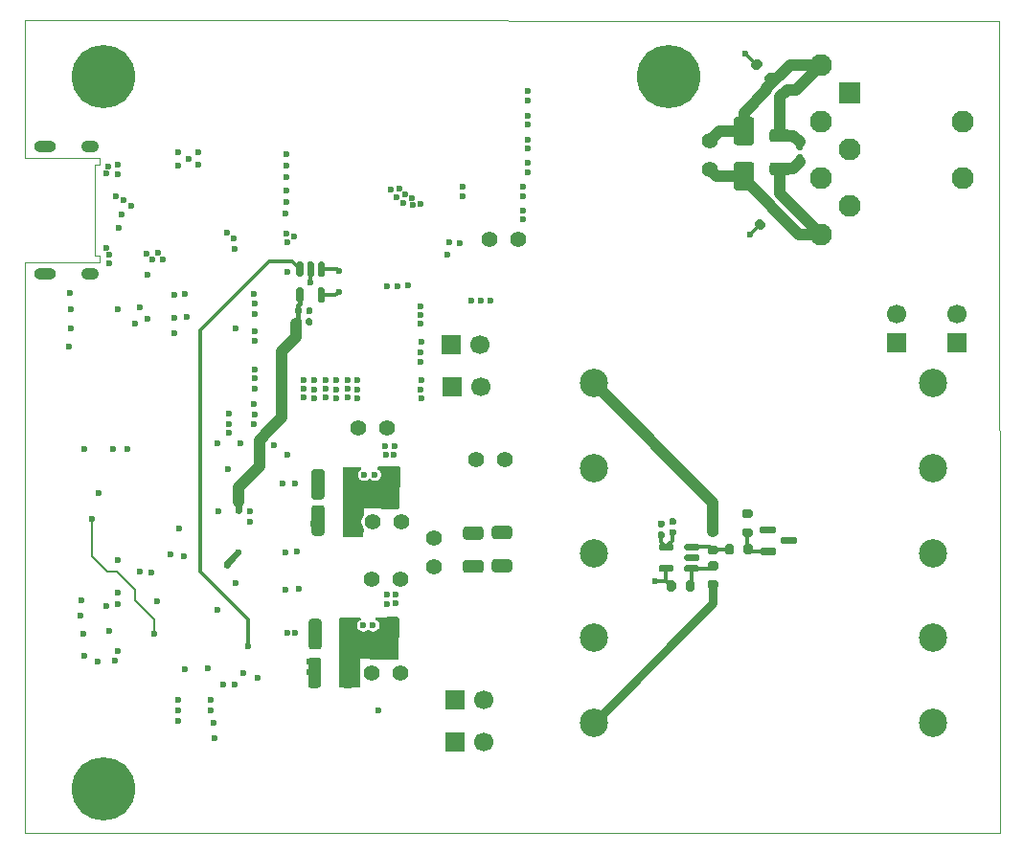
<source format=gbl>
G04 #@! TF.GenerationSoftware,KiCad,Pcbnew,9.0.1+1*
G04 #@! TF.CreationDate,2025-10-09T09:53:37+00:00*
G04 #@! TF.ProjectId,c64psu,63363470-7375-42e6-9b69-6361645f7063,rev?*
G04 #@! TF.SameCoordinates,Original*
G04 #@! TF.FileFunction,Copper,L4,Bot*
G04 #@! TF.FilePolarity,Positive*
%FSLAX46Y46*%
G04 Gerber Fmt 4.6, Leading zero omitted, Abs format (unit mm)*
G04 Created by KiCad (PCBNEW 9.0.1+1) date 2025-10-09 09:53:37*
%MOMM*%
%LPD*%
G01*
G04 APERTURE LIST*
G04 #@! TA.AperFunction,Profile*
%ADD10C,0.050000*%
G04 #@! TD*
G04 #@! TA.AperFunction,ComponentPad*
%ADD11C,2.500000*%
G04 #@! TD*
G04 #@! TA.AperFunction,ComponentPad*
%ADD12C,1.400000*%
G04 #@! TD*
G04 #@! TA.AperFunction,ComponentPad*
%ADD13C,3.600000*%
G04 #@! TD*
G04 #@! TA.AperFunction,ConnectorPad*
%ADD14C,5.600000*%
G04 #@! TD*
G04 #@! TA.AperFunction,ComponentPad*
%ADD15R,1.700000X1.700000*%
G04 #@! TD*
G04 #@! TA.AperFunction,ComponentPad*
%ADD16C,1.700000*%
G04 #@! TD*
G04 #@! TA.AperFunction,ComponentPad*
%ADD17O,1.550000X1.050000*%
G04 #@! TD*
G04 #@! TA.AperFunction,ComponentPad*
%ADD18O,1.950000X1.050000*%
G04 #@! TD*
G04 #@! TA.AperFunction,ComponentPad*
%ADD19C,1.950000*%
G04 #@! TD*
G04 #@! TA.AperFunction,ComponentPad*
%ADD20R,1.950000X1.950000*%
G04 #@! TD*
G04 #@! TA.AperFunction,ViaPad*
%ADD21C,0.600000*%
G04 #@! TD*
G04 #@! TA.AperFunction,Conductor*
%ADD22C,0.300000*%
G04 #@! TD*
G04 #@! TA.AperFunction,Conductor*
%ADD23C,0.800000*%
G04 #@! TD*
G04 #@! TA.AperFunction,Conductor*
%ADD24C,1.000000*%
G04 #@! TD*
G04 #@! TA.AperFunction,Conductor*
%ADD25C,0.600000*%
G04 #@! TD*
G04 #@! TA.AperFunction,Conductor*
%ADD26C,0.400000*%
G04 #@! TD*
G04 #@! TA.AperFunction,Conductor*
%ADD27C,0.210000*%
G04 #@! TD*
G04 APERTURE END LIST*
D10*
X219224551Y-37033468D02*
X219250062Y-108900624D01*
X133100087Y-108875624D01*
X133075074Y-58400000D01*
X139675000Y-58400000D01*
X139675000Y-57800000D01*
X139250000Y-57800000D01*
X139250000Y-49750000D01*
X139700000Y-49750000D01*
X139700000Y-49150000D01*
X133075000Y-49150000D01*
X133075000Y-37008468D01*
X219224551Y-37033468D01*
D11*
X183370000Y-69110000D03*
X183370000Y-76610000D03*
X183370000Y-84110000D03*
X183370000Y-91610000D03*
X183370000Y-99110000D03*
X213370000Y-69110000D03*
X213370000Y-76610000D03*
X213370000Y-84110000D03*
X213370000Y-91610000D03*
X213370000Y-99110000D03*
D12*
X163748400Y-94691200D03*
X166288400Y-94691200D03*
X163799200Y-81330800D03*
X166339200Y-81330800D03*
D13*
X190000000Y-42000000D03*
D14*
X190000000Y-42000000D03*
D15*
X170784600Y-65684400D03*
D16*
X173324600Y-65684400D03*
D15*
X171140200Y-100787200D03*
D16*
X173680200Y-100787200D03*
D15*
X170835400Y-69392800D03*
D16*
X173375400Y-69392800D03*
D12*
X172994001Y-75844400D03*
X175534001Y-75844400D03*
X165079999Y-73050400D03*
X162539999Y-73050400D03*
X169214800Y-85344000D03*
X169214800Y-82804000D03*
D17*
X138850000Y-48155000D03*
X138850000Y-59395000D03*
D18*
X134850000Y-48155000D03*
X134850000Y-59395000D03*
D15*
X171140200Y-97078800D03*
D16*
X173680200Y-97078800D03*
D12*
X166248400Y-86410800D03*
X163708400Y-86410800D03*
D13*
X140000000Y-105000000D03*
D14*
X140000000Y-105000000D03*
D12*
X174170300Y-56365150D03*
X176710300Y-56365150D03*
D19*
X215980000Y-50940000D03*
X215980000Y-45940000D03*
D20*
X205980000Y-43440000D03*
D19*
X205980000Y-48440000D03*
X205980000Y-53440000D03*
X203480000Y-45940000D03*
X203480000Y-50940000D03*
X203480000Y-40940000D03*
X203480000Y-55940000D03*
D12*
X193598800Y-50170399D03*
X193598800Y-47630399D03*
D13*
X140000000Y-42000000D03*
D14*
X140000000Y-42000000D03*
G04 #@! TA.AperFunction,SMDPad,CuDef*
G36*
G01*
X197296800Y-52036802D02*
X195996800Y-52036802D01*
G75*
G02*
X195746800Y-51786802I0J250000D01*
G01*
X195746800Y-49786802D01*
G75*
G02*
X195996800Y-49536802I250000J0D01*
G01*
X197296800Y-49536802D01*
G75*
G02*
X197546800Y-49786802I0J-250000D01*
G01*
X197546800Y-51786802D01*
G75*
G02*
X197296800Y-52036802I-250000J0D01*
G01*
G37*
G04 #@! TD.AperFunction*
G04 #@! TA.AperFunction,SMDPad,CuDef*
G36*
G01*
X197296800Y-48036800D02*
X195996800Y-48036800D01*
G75*
G02*
X195746800Y-47786800I0J250000D01*
G01*
X195746800Y-45786800D01*
G75*
G02*
X195996800Y-45536800I250000J0D01*
G01*
X197296800Y-45536800D01*
G75*
G02*
X197546800Y-45786800I0J-250000D01*
G01*
X197546800Y-47786800D01*
G75*
G02*
X197296800Y-48036800I-250000J0D01*
G01*
G37*
G04 #@! TD.AperFunction*
G04 #@! TA.AperFunction,SMDPad,CuDef*
G36*
G01*
X193628600Y-84830200D02*
X194178600Y-84830200D01*
G75*
G02*
X194378600Y-85030200I0J-200000D01*
G01*
X194378600Y-85430200D01*
G75*
G02*
X194178600Y-85630200I-200000J0D01*
G01*
X193628600Y-85630200D01*
G75*
G02*
X193428600Y-85430200I0J200000D01*
G01*
X193428600Y-85030200D01*
G75*
G02*
X193628600Y-84830200I200000J0D01*
G01*
G37*
G04 #@! TD.AperFunction*
G04 #@! TA.AperFunction,SMDPad,CuDef*
G36*
G01*
X193628600Y-86480200D02*
X194178600Y-86480200D01*
G75*
G02*
X194378600Y-86680200I0J-200000D01*
G01*
X194378600Y-87080200D01*
G75*
G02*
X194178600Y-87280200I-200000J0D01*
G01*
X193628600Y-87280200D01*
G75*
G02*
X193428600Y-87080200I0J200000D01*
G01*
X193428600Y-86680200D01*
G75*
G02*
X193628600Y-86480200I200000J0D01*
G01*
G37*
G04 #@! TD.AperFunction*
G04 #@! TA.AperFunction,SMDPad,CuDef*
G36*
G01*
X192706400Y-83431201D02*
X192706400Y-83731201D01*
G75*
G02*
X192556400Y-83881201I-150000J0D01*
G01*
X191531400Y-83881201D01*
G75*
G02*
X191381400Y-83731201I0J150000D01*
G01*
X191381400Y-83431201D01*
G75*
G02*
X191531400Y-83281201I150000J0D01*
G01*
X192556400Y-83281201D01*
G75*
G02*
X192706400Y-83431201I0J-150000D01*
G01*
G37*
G04 #@! TD.AperFunction*
G04 #@! TA.AperFunction,SMDPad,CuDef*
G36*
G01*
X192706400Y-84381200D02*
X192706400Y-84681200D01*
G75*
G02*
X192556400Y-84831200I-150000J0D01*
G01*
X191531400Y-84831200D01*
G75*
G02*
X191381400Y-84681200I0J150000D01*
G01*
X191381400Y-84381200D01*
G75*
G02*
X191531400Y-84231200I150000J0D01*
G01*
X192556400Y-84231200D01*
G75*
G02*
X192706400Y-84381200I0J-150000D01*
G01*
G37*
G04 #@! TD.AperFunction*
G04 #@! TA.AperFunction,SMDPad,CuDef*
G36*
G01*
X192706400Y-85331199D02*
X192706400Y-85631199D01*
G75*
G02*
X192556400Y-85781199I-150000J0D01*
G01*
X191531400Y-85781199D01*
G75*
G02*
X191381400Y-85631199I0J150000D01*
G01*
X191381400Y-85331199D01*
G75*
G02*
X191531400Y-85181199I150000J0D01*
G01*
X192556400Y-85181199D01*
G75*
G02*
X192706400Y-85331199I0J-150000D01*
G01*
G37*
G04 #@! TD.AperFunction*
G04 #@! TA.AperFunction,SMDPad,CuDef*
G36*
G01*
X190431400Y-85331199D02*
X190431400Y-85631199D01*
G75*
G02*
X190281400Y-85781199I-150000J0D01*
G01*
X189256400Y-85781199D01*
G75*
G02*
X189106400Y-85631199I0J150000D01*
G01*
X189106400Y-85331199D01*
G75*
G02*
X189256400Y-85181199I150000J0D01*
G01*
X190281400Y-85181199D01*
G75*
G02*
X190431400Y-85331199I0J-150000D01*
G01*
G37*
G04 #@! TD.AperFunction*
G04 #@! TA.AperFunction,SMDPad,CuDef*
G36*
G01*
X190431400Y-83431201D02*
X190431400Y-83731201D01*
G75*
G02*
X190281400Y-83881201I-150000J0D01*
G01*
X189256400Y-83881201D01*
G75*
G02*
X189106400Y-83731201I0J150000D01*
G01*
X189106400Y-83431201D01*
G75*
G02*
X189256400Y-83281201I150000J0D01*
G01*
X190281400Y-83281201D01*
G75*
G02*
X190431400Y-83431201I0J-150000D01*
G01*
G37*
G04 #@! TD.AperFunction*
G04 #@! TA.AperFunction,SMDPad,CuDef*
G36*
G01*
X157243601Y-58347200D02*
X157543601Y-58347200D01*
G75*
G02*
X157693601Y-58497200I0J-150000D01*
G01*
X157693601Y-59522200D01*
G75*
G02*
X157543601Y-59672200I-150000J0D01*
G01*
X157243601Y-59672200D01*
G75*
G02*
X157093601Y-59522200I0J150000D01*
G01*
X157093601Y-58497200D01*
G75*
G02*
X157243601Y-58347200I150000J0D01*
G01*
G37*
G04 #@! TD.AperFunction*
G04 #@! TA.AperFunction,SMDPad,CuDef*
G36*
G01*
X158193600Y-58347200D02*
X158493600Y-58347200D01*
G75*
G02*
X158643600Y-58497200I0J-150000D01*
G01*
X158643600Y-59522200D01*
G75*
G02*
X158493600Y-59672200I-150000J0D01*
G01*
X158193600Y-59672200D01*
G75*
G02*
X158043600Y-59522200I0J150000D01*
G01*
X158043600Y-58497200D01*
G75*
G02*
X158193600Y-58347200I150000J0D01*
G01*
G37*
G04 #@! TD.AperFunction*
G04 #@! TA.AperFunction,SMDPad,CuDef*
G36*
G01*
X159143599Y-58347200D02*
X159443599Y-58347200D01*
G75*
G02*
X159593599Y-58497200I0J-150000D01*
G01*
X159593599Y-59522200D01*
G75*
G02*
X159443599Y-59672200I-150000J0D01*
G01*
X159143599Y-59672200D01*
G75*
G02*
X158993599Y-59522200I0J150000D01*
G01*
X158993599Y-58497200D01*
G75*
G02*
X159143599Y-58347200I150000J0D01*
G01*
G37*
G04 #@! TD.AperFunction*
G04 #@! TA.AperFunction,SMDPad,CuDef*
G36*
G01*
X159143599Y-60622200D02*
X159443599Y-60622200D01*
G75*
G02*
X159593599Y-60772200I0J-150000D01*
G01*
X159593599Y-61797200D01*
G75*
G02*
X159443599Y-61947200I-150000J0D01*
G01*
X159143599Y-61947200D01*
G75*
G02*
X158993599Y-61797200I0J150000D01*
G01*
X158993599Y-60772200D01*
G75*
G02*
X159143599Y-60622200I150000J0D01*
G01*
G37*
G04 #@! TD.AperFunction*
G04 #@! TA.AperFunction,SMDPad,CuDef*
G36*
G01*
X157243601Y-60622200D02*
X157543601Y-60622200D01*
G75*
G02*
X157693601Y-60772200I0J-150000D01*
G01*
X157693601Y-61797200D01*
G75*
G02*
X157543601Y-61947200I-150000J0D01*
G01*
X157243601Y-61947200D01*
G75*
G02*
X157093601Y-61797200I0J150000D01*
G01*
X157093601Y-60772200D01*
G75*
G02*
X157243601Y-60622200I150000J0D01*
G01*
G37*
G04 #@! TD.AperFunction*
G04 #@! TA.AperFunction,SMDPad,CuDef*
G36*
G01*
X192283800Y-86745400D02*
X192283800Y-87295400D01*
G75*
G02*
X192083800Y-87495400I-200000J0D01*
G01*
X191683800Y-87495400D01*
G75*
G02*
X191483800Y-87295400I0J200000D01*
G01*
X191483800Y-86745400D01*
G75*
G02*
X191683800Y-86545400I200000J0D01*
G01*
X192083800Y-86545400D01*
G75*
G02*
X192283800Y-86745400I0J-200000D01*
G01*
G37*
G04 #@! TD.AperFunction*
G04 #@! TA.AperFunction,SMDPad,CuDef*
G36*
G01*
X190633800Y-86745400D02*
X190633800Y-87295400D01*
G75*
G02*
X190433800Y-87495400I-200000J0D01*
G01*
X190033800Y-87495400D01*
G75*
G02*
X189833800Y-87295400I0J200000D01*
G01*
X189833800Y-86745400D01*
G75*
G02*
X190033800Y-86545400I200000J0D01*
G01*
X190433800Y-86545400D01*
G75*
G02*
X190633800Y-86745400I0J-200000D01*
G01*
G37*
G04 #@! TD.AperFunction*
G04 #@! TA.AperFunction,SMDPad,CuDef*
G36*
G01*
X197226600Y-82696000D02*
X196676600Y-82696000D01*
G75*
G02*
X196476600Y-82496000I0J200000D01*
G01*
X196476600Y-82096000D01*
G75*
G02*
X196676600Y-81896000I200000J0D01*
G01*
X197226600Y-81896000D01*
G75*
G02*
X197426600Y-82096000I0J-200000D01*
G01*
X197426600Y-82496000D01*
G75*
G02*
X197226600Y-82696000I-200000J0D01*
G01*
G37*
G04 #@! TD.AperFunction*
G04 #@! TA.AperFunction,SMDPad,CuDef*
G36*
G01*
X197226600Y-81046000D02*
X196676600Y-81046000D01*
G75*
G02*
X196476600Y-80846000I0J200000D01*
G01*
X196476600Y-80446000D01*
G75*
G02*
X196676600Y-80246000I200000J0D01*
G01*
X197226600Y-80246000D01*
G75*
G02*
X197426600Y-80446000I0J-200000D01*
G01*
X197426600Y-80846000D01*
G75*
G02*
X197226600Y-81046000I-200000J0D01*
G01*
G37*
G04 #@! TD.AperFunction*
G04 #@! TA.AperFunction,SMDPad,CuDef*
G36*
G01*
X162222400Y-93591200D02*
X162222400Y-95791200D01*
G75*
G02*
X161972400Y-96041200I-250000J0D01*
G01*
X161322400Y-96041200D01*
G75*
G02*
X161072400Y-95791200I0J250000D01*
G01*
X161072400Y-93591200D01*
G75*
G02*
X161322400Y-93341200I250000J0D01*
G01*
X161972400Y-93341200D01*
G75*
G02*
X162222400Y-93591200I0J-250000D01*
G01*
G37*
G04 #@! TD.AperFunction*
G04 #@! TA.AperFunction,SMDPad,CuDef*
G36*
G01*
X159272400Y-93591200D02*
X159272400Y-95791200D01*
G75*
G02*
X159022400Y-96041200I-250000J0D01*
G01*
X158372400Y-96041200D01*
G75*
G02*
X158122400Y-95791200I0J250000D01*
G01*
X158122400Y-93591200D01*
G75*
G02*
X158372400Y-93341200I250000J0D01*
G01*
X159022400Y-93341200D01*
G75*
G02*
X159272400Y-93591200I0J-250000D01*
G01*
G37*
G04 #@! TD.AperFunction*
G04 #@! TA.AperFunction,SMDPad,CuDef*
G36*
G01*
X158427199Y-79128800D02*
X158427199Y-76928800D01*
G75*
G02*
X158677199Y-76678800I250000J0D01*
G01*
X159327199Y-76678800D01*
G75*
G02*
X159577199Y-76928800I0J-250000D01*
G01*
X159577199Y-79128800D01*
G75*
G02*
X159327199Y-79378800I-250000J0D01*
G01*
X158677199Y-79378800D01*
G75*
G02*
X158427199Y-79128800I0J250000D01*
G01*
G37*
G04 #@! TD.AperFunction*
G04 #@! TA.AperFunction,SMDPad,CuDef*
G36*
G01*
X161377201Y-79128800D02*
X161377201Y-76928800D01*
G75*
G02*
X161627201Y-76678800I250000J0D01*
G01*
X162277201Y-76678800D01*
G75*
G02*
X162527201Y-76928800I0J-250000D01*
G01*
X162527201Y-79128800D01*
G75*
G02*
X162277201Y-79378800I-250000J0D01*
G01*
X161627201Y-79378800D01*
G75*
G02*
X161377201Y-79128800I0J250000D01*
G01*
G37*
G04 #@! TD.AperFunction*
G04 #@! TA.AperFunction,SMDPad,CuDef*
G36*
G01*
X174603708Y-81712215D02*
X175903708Y-81712215D01*
G75*
G02*
X176153708Y-81962215I0J-250000D01*
G01*
X176153708Y-82612215D01*
G75*
G02*
X175903708Y-82862215I-250000J0D01*
G01*
X174603708Y-82862215D01*
G75*
G02*
X174353708Y-82612215I0J250000D01*
G01*
X174353708Y-81962215D01*
G75*
G02*
X174603708Y-81712215I250000J0D01*
G01*
G37*
G04 #@! TD.AperFunction*
G04 #@! TA.AperFunction,SMDPad,CuDef*
G36*
G01*
X174603708Y-84662217D02*
X175903708Y-84662217D01*
G75*
G02*
X176153708Y-84912217I0J-250000D01*
G01*
X176153708Y-85562217D01*
G75*
G02*
X175903708Y-85812217I-250000J0D01*
G01*
X174603708Y-85812217D01*
G75*
G02*
X174353708Y-85562217I0J250000D01*
G01*
X174353708Y-84912217D01*
G75*
G02*
X174603708Y-84662217I250000J0D01*
G01*
G37*
G04 #@! TD.AperFunction*
G04 #@! TA.AperFunction,SMDPad,CuDef*
G36*
G01*
X199350551Y-53396940D02*
X199739460Y-53785849D01*
G75*
G02*
X199739460Y-54068691I-141421J-141421D01*
G01*
X199456617Y-54351534D01*
G75*
G02*
X199173775Y-54351534I-141421J141421D01*
G01*
X198784866Y-53962625D01*
G75*
G02*
X198784866Y-53679783I141421J141421D01*
G01*
X199067709Y-53396940D01*
G75*
G02*
X199350551Y-53396940I141421J-141421D01*
G01*
G37*
G04 #@! TD.AperFunction*
G04 #@! TA.AperFunction,SMDPad,CuDef*
G36*
G01*
X198183825Y-54563666D02*
X198572734Y-54952575D01*
G75*
G02*
X198572734Y-55235417I-141421J-141421D01*
G01*
X198289891Y-55518260D01*
G75*
G02*
X198007049Y-55518260I-141421J141421D01*
G01*
X197618140Y-55129351D01*
G75*
G02*
X197618140Y-54846509I141421J141421D01*
G01*
X197900983Y-54563666D01*
G75*
G02*
X198183825Y-54563666I141421J-141421D01*
G01*
G37*
G04 #@! TD.AperFunction*
G04 #@! TA.AperFunction,SMDPad,CuDef*
G36*
G01*
X199170000Y-46619999D02*
X200470000Y-46619999D01*
G75*
G02*
X200720000Y-46869999I0J-250000D01*
G01*
X200720000Y-47519999D01*
G75*
G02*
X200470000Y-47769999I-250000J0D01*
G01*
X199170000Y-47769999D01*
G75*
G02*
X198920000Y-47519999I0J250000D01*
G01*
X198920000Y-46869999D01*
G75*
G02*
X199170000Y-46619999I250000J0D01*
G01*
G37*
G04 #@! TD.AperFunction*
G04 #@! TA.AperFunction,SMDPad,CuDef*
G36*
G01*
X199170000Y-49570001D02*
X200470000Y-49570001D01*
G75*
G02*
X200720000Y-49820001I0J-250000D01*
G01*
X200720000Y-50470001D01*
G75*
G02*
X200470000Y-50720001I-250000J0D01*
G01*
X199170000Y-50720001D01*
G75*
G02*
X198920000Y-50470001I0J250000D01*
G01*
X198920000Y-49820001D01*
G75*
G02*
X199170000Y-49570001I250000J0D01*
G01*
G37*
G04 #@! TD.AperFunction*
G04 #@! TA.AperFunction,SMDPad,CuDef*
G36*
G01*
X156974000Y-63822400D02*
X156974000Y-63482400D01*
G75*
G02*
X157114000Y-63342400I140000J0D01*
G01*
X157394000Y-63342400D01*
G75*
G02*
X157534000Y-63482400I0J-140000D01*
G01*
X157534000Y-63822400D01*
G75*
G02*
X157394000Y-63962400I-140000J0D01*
G01*
X157114000Y-63962400D01*
G75*
G02*
X156974000Y-63822400I0J140000D01*
G01*
G37*
G04 #@! TD.AperFunction*
G04 #@! TA.AperFunction,SMDPad,CuDef*
G36*
G01*
X157934000Y-63822400D02*
X157934000Y-63482400D01*
G75*
G02*
X158074000Y-63342400I140000J0D01*
G01*
X158354000Y-63342400D01*
G75*
G02*
X158494000Y-63482400I0J-140000D01*
G01*
X158494000Y-63822400D01*
G75*
G02*
X158354000Y-63962400I-140000J0D01*
G01*
X158074000Y-63962400D01*
G75*
G02*
X157934000Y-63822400I0J140000D01*
G01*
G37*
G04 #@! TD.AperFunction*
G04 #@! TA.AperFunction,SMDPad,CuDef*
G36*
G01*
X158427199Y-82329200D02*
X158427199Y-80129200D01*
G75*
G02*
X158677199Y-79879200I250000J0D01*
G01*
X159327199Y-79879200D01*
G75*
G02*
X159577199Y-80129200I0J-250000D01*
G01*
X159577199Y-82329200D01*
G75*
G02*
X159327199Y-82579200I-250000J0D01*
G01*
X158677199Y-82579200D01*
G75*
G02*
X158427199Y-82329200I0J250000D01*
G01*
G37*
G04 #@! TD.AperFunction*
G04 #@! TA.AperFunction,SMDPad,CuDef*
G36*
G01*
X161377201Y-82329200D02*
X161377201Y-80129200D01*
G75*
G02*
X161627201Y-79879200I250000J0D01*
G01*
X162277201Y-79879200D01*
G75*
G02*
X162527201Y-80129200I0J-250000D01*
G01*
X162527201Y-82329200D01*
G75*
G02*
X162277201Y-82579200I-250000J0D01*
G01*
X161627201Y-82579200D01*
G75*
G02*
X161377201Y-82329200I0J250000D01*
G01*
G37*
G04 #@! TD.AperFunction*
G04 #@! TA.AperFunction,SMDPad,CuDef*
G36*
G01*
X162273201Y-90187600D02*
X162273201Y-92387600D01*
G75*
G02*
X162023201Y-92637600I-250000J0D01*
G01*
X161373201Y-92637600D01*
G75*
G02*
X161123201Y-92387600I0J250000D01*
G01*
X161123201Y-90187600D01*
G75*
G02*
X161373201Y-89937600I250000J0D01*
G01*
X162023201Y-89937600D01*
G75*
G02*
X162273201Y-90187600I0J-250000D01*
G01*
G37*
G04 #@! TD.AperFunction*
G04 #@! TA.AperFunction,SMDPad,CuDef*
G36*
G01*
X159323199Y-90187600D02*
X159323199Y-92387600D01*
G75*
G02*
X159073199Y-92637600I-250000J0D01*
G01*
X158423199Y-92637600D01*
G75*
G02*
X158173199Y-92387600I0J250000D01*
G01*
X158173199Y-90187600D01*
G75*
G02*
X158423199Y-89937600I250000J0D01*
G01*
X159073199Y-89937600D01*
G75*
G02*
X159323199Y-90187600I0J-250000D01*
G01*
G37*
G04 #@! TD.AperFunction*
G04 #@! TA.AperFunction,SMDPad,CuDef*
G36*
G01*
X194964600Y-84044200D02*
X194964600Y-83494200D01*
G75*
G02*
X195164600Y-83294200I200000J0D01*
G01*
X195564600Y-83294200D01*
G75*
G02*
X195764600Y-83494200I0J-200000D01*
G01*
X195764600Y-84044200D01*
G75*
G02*
X195564600Y-84244200I-200000J0D01*
G01*
X195164600Y-84244200D01*
G75*
G02*
X194964600Y-84044200I0J200000D01*
G01*
G37*
G04 #@! TD.AperFunction*
G04 #@! TA.AperFunction,SMDPad,CuDef*
G36*
G01*
X196614600Y-84044200D02*
X196614600Y-83494200D01*
G75*
G02*
X196814600Y-83294200I200000J0D01*
G01*
X197214600Y-83294200D01*
G75*
G02*
X197414600Y-83494200I0J-200000D01*
G01*
X197414600Y-84044200D01*
G75*
G02*
X197214600Y-84244200I-200000J0D01*
G01*
X196814600Y-84244200D01*
G75*
G02*
X196614600Y-84044200I0J200000D01*
G01*
G37*
G04 #@! TD.AperFunction*
D15*
X215442800Y-65486200D03*
D16*
X215442800Y-62946200D03*
G04 #@! TA.AperFunction,SMDPad,CuDef*
G36*
G01*
X189161600Y-81259200D02*
X189501600Y-81259200D01*
G75*
G02*
X189641600Y-81399200I0J-140000D01*
G01*
X189641600Y-81679200D01*
G75*
G02*
X189501600Y-81819200I-140000J0D01*
G01*
X189161600Y-81819200D01*
G75*
G02*
X189021600Y-81679200I0J140000D01*
G01*
X189021600Y-81399200D01*
G75*
G02*
X189161600Y-81259200I140000J0D01*
G01*
G37*
G04 #@! TD.AperFunction*
G04 #@! TA.AperFunction,SMDPad,CuDef*
G36*
G01*
X189161600Y-82219200D02*
X189501600Y-82219200D01*
G75*
G02*
X189641600Y-82359200I0J-140000D01*
G01*
X189641600Y-82639200D01*
G75*
G02*
X189501600Y-82779200I-140000J0D01*
G01*
X189161600Y-82779200D01*
G75*
G02*
X189021600Y-82639200I0J140000D01*
G01*
X189021600Y-82359200D01*
G75*
G02*
X189161600Y-82219200I140000J0D01*
G01*
G37*
G04 #@! TD.AperFunction*
G04 #@! TA.AperFunction,SMDPad,CuDef*
G36*
G01*
X198019800Y-84121300D02*
X198019800Y-83821300D01*
G75*
G02*
X198169800Y-83671300I150000J0D01*
G01*
X199344800Y-83671300D01*
G75*
G02*
X199494800Y-83821300I0J-150000D01*
G01*
X199494800Y-84121300D01*
G75*
G02*
X199344800Y-84271300I-150000J0D01*
G01*
X198169800Y-84271300D01*
G75*
G02*
X198019800Y-84121300I0J150000D01*
G01*
G37*
G04 #@! TD.AperFunction*
G04 #@! TA.AperFunction,SMDPad,CuDef*
G36*
G01*
X198019800Y-82221300D02*
X198019800Y-81921300D01*
G75*
G02*
X198169800Y-81771300I150000J0D01*
G01*
X199344800Y-81771300D01*
G75*
G02*
X199494800Y-81921300I0J-150000D01*
G01*
X199494800Y-82221300D01*
G75*
G02*
X199344800Y-82371300I-150000J0D01*
G01*
X198169800Y-82371300D01*
G75*
G02*
X198019800Y-82221300I0J150000D01*
G01*
G37*
G04 #@! TD.AperFunction*
G04 #@! TA.AperFunction,SMDPad,CuDef*
G36*
G01*
X199894801Y-83171300D02*
X199894801Y-82871300D01*
G75*
G02*
X200044801Y-82721300I150000J0D01*
G01*
X201219801Y-82721300D01*
G75*
G02*
X201369801Y-82871300I0J-150000D01*
G01*
X201369801Y-83171300D01*
G75*
G02*
X201219801Y-83321300I-150000J0D01*
G01*
X200044801Y-83321300D01*
G75*
G02*
X199894801Y-83171300I0J150000D01*
G01*
G37*
G04 #@! TD.AperFunction*
G04 #@! TA.AperFunction,SMDPad,CuDef*
G36*
G01*
X172071743Y-81763741D02*
X173371743Y-81763741D01*
G75*
G02*
X173621743Y-82013741I0J-250000D01*
G01*
X173621743Y-82663741D01*
G75*
G02*
X173371743Y-82913741I-250000J0D01*
G01*
X172071743Y-82913741D01*
G75*
G02*
X171821743Y-82663741I0J250000D01*
G01*
X171821743Y-82013741D01*
G75*
G02*
X172071743Y-81763741I250000J0D01*
G01*
G37*
G04 #@! TD.AperFunction*
G04 #@! TA.AperFunction,SMDPad,CuDef*
G36*
G01*
X172071743Y-84713743D02*
X173371743Y-84713743D01*
G75*
G02*
X173621743Y-84963743I0J-250000D01*
G01*
X173621743Y-85613743D01*
G75*
G02*
X173371743Y-85863743I-250000J0D01*
G01*
X172071743Y-85863743D01*
G75*
G02*
X171821743Y-85613743I0J250000D01*
G01*
X171821743Y-84963743D01*
G75*
G02*
X172071743Y-84713743I250000J0D01*
G01*
G37*
G04 #@! TD.AperFunction*
G04 #@! TA.AperFunction,SMDPad,CuDef*
G36*
G01*
X201404400Y-47906400D02*
X201744400Y-47906400D01*
G75*
G02*
X201884400Y-48046400I0J-140000D01*
G01*
X201884400Y-48326400D01*
G75*
G02*
X201744400Y-48466400I-140000J0D01*
G01*
X201404400Y-48466400D01*
G75*
G02*
X201264400Y-48326400I0J140000D01*
G01*
X201264400Y-48046400D01*
G75*
G02*
X201404400Y-47906400I140000J0D01*
G01*
G37*
G04 #@! TD.AperFunction*
G04 #@! TA.AperFunction,SMDPad,CuDef*
G36*
G01*
X201404400Y-48866400D02*
X201744400Y-48866400D01*
G75*
G02*
X201884400Y-49006400I0J-140000D01*
G01*
X201884400Y-49286400D01*
G75*
G02*
X201744400Y-49426400I-140000J0D01*
G01*
X201404400Y-49426400D01*
G75*
G02*
X201264400Y-49286400I0J140000D01*
G01*
X201264400Y-49006400D01*
G75*
G02*
X201404400Y-48866400I140000J0D01*
G01*
G37*
G04 #@! TD.AperFunction*
G04 #@! TA.AperFunction,SMDPad,CuDef*
G36*
G01*
X190517600Y-82548000D02*
X190177600Y-82548000D01*
G75*
G02*
X190037600Y-82408000I0J140000D01*
G01*
X190037600Y-82128000D01*
G75*
G02*
X190177600Y-81988000I140000J0D01*
G01*
X190517600Y-81988000D01*
G75*
G02*
X190657600Y-82128000I0J-140000D01*
G01*
X190657600Y-82408000D01*
G75*
G02*
X190517600Y-82548000I-140000J0D01*
G01*
G37*
G04 #@! TD.AperFunction*
G04 #@! TA.AperFunction,SMDPad,CuDef*
G36*
G01*
X190517600Y-81588000D02*
X190177600Y-81588000D01*
G75*
G02*
X190037600Y-81448000I0J140000D01*
G01*
X190037600Y-81168000D01*
G75*
G02*
X190177600Y-81028000I140000J0D01*
G01*
X190517600Y-81028000D01*
G75*
G02*
X190657600Y-81168000I0J-140000D01*
G01*
X190657600Y-81448000D01*
G75*
G02*
X190517600Y-81588000I-140000J0D01*
G01*
G37*
G04 #@! TD.AperFunction*
G04 #@! TA.AperFunction,SMDPad,CuDef*
G36*
G01*
X197313340Y-40831849D02*
X197702249Y-40442940D01*
G75*
G02*
X197985091Y-40442940I141421J-141421D01*
G01*
X198267934Y-40725783D01*
G75*
G02*
X198267934Y-41008625I-141421J-141421D01*
G01*
X197879025Y-41397534D01*
G75*
G02*
X197596183Y-41397534I-141421J141421D01*
G01*
X197313340Y-41114691D01*
G75*
G02*
X197313340Y-40831849I141421J141421D01*
G01*
G37*
G04 #@! TD.AperFunction*
G04 #@! TA.AperFunction,SMDPad,CuDef*
G36*
G01*
X198480066Y-41998575D02*
X198868975Y-41609666D01*
G75*
G02*
X199151817Y-41609666I141421J-141421D01*
G01*
X199434660Y-41892509D01*
G75*
G02*
X199434660Y-42175351I-141421J-141421D01*
G01*
X199045751Y-42564260D01*
G75*
G02*
X198762909Y-42564260I-141421J141421D01*
G01*
X198480066Y-42281417D01*
G75*
G02*
X198480066Y-41998575I141421J141421D01*
G01*
G37*
G04 #@! TD.AperFunction*
D15*
X210108800Y-65537000D03*
D16*
X210108800Y-62997000D03*
G04 #@! TA.AperFunction,SMDPad,CuDef*
G36*
G01*
X158522000Y-62517200D02*
X158522000Y-62857200D01*
G75*
G02*
X158382000Y-62997200I-140000J0D01*
G01*
X158102000Y-62997200D01*
G75*
G02*
X157962000Y-62857200I0J140000D01*
G01*
X157962000Y-62517200D01*
G75*
G02*
X158102000Y-62377200I140000J0D01*
G01*
X158382000Y-62377200D01*
G75*
G02*
X158522000Y-62517200I0J-140000D01*
G01*
G37*
G04 #@! TD.AperFunction*
G04 #@! TA.AperFunction,SMDPad,CuDef*
G36*
G01*
X157562000Y-62517200D02*
X157562000Y-62857200D01*
G75*
G02*
X157422000Y-62997200I-140000J0D01*
G01*
X157142000Y-62997200D01*
G75*
G02*
X157002000Y-62857200I0J140000D01*
G01*
X157002000Y-62517200D01*
G75*
G02*
X157142000Y-62377200I140000J0D01*
G01*
X157422000Y-62377200D01*
G75*
G02*
X157562000Y-62517200I0J-140000D01*
G01*
G37*
G04 #@! TD.AperFunction*
G04 #@! TA.AperFunction,SMDPad,CuDef*
G36*
G01*
X194178600Y-84232200D02*
X193628600Y-84232200D01*
G75*
G02*
X193428600Y-84032200I0J200000D01*
G01*
X193428600Y-83632200D01*
G75*
G02*
X193628600Y-83432200I200000J0D01*
G01*
X194178600Y-83432200D01*
G75*
G02*
X194378600Y-83632200I0J-200000D01*
G01*
X194378600Y-84032200D01*
G75*
G02*
X194178600Y-84232200I-200000J0D01*
G01*
G37*
G04 #@! TD.AperFunction*
G04 #@! TA.AperFunction,SMDPad,CuDef*
G36*
G01*
X194178600Y-82582200D02*
X193628600Y-82582200D01*
G75*
G02*
X193428600Y-82382200I0J200000D01*
G01*
X193428600Y-81982200D01*
G75*
G02*
X193628600Y-81782200I200000J0D01*
G01*
X194178600Y-81782200D01*
G75*
G02*
X194378600Y-81982200I0J-200000D01*
G01*
X194378600Y-82382200D01*
G75*
G02*
X194178600Y-82582200I-200000J0D01*
G01*
G37*
G04 #@! TD.AperFunction*
D21*
X165108825Y-88595899D03*
X177535865Y-48329416D03*
X137007600Y-65836800D03*
X158242000Y-62687200D03*
X165854388Y-88555442D03*
X153397213Y-69534603D03*
X147232327Y-61231221D03*
X147367023Y-63241024D03*
X165056809Y-87792540D03*
X151605000Y-95741000D03*
X165404800Y-51968400D03*
X158556227Y-81495975D03*
X141333500Y-50573950D03*
X146631130Y-48684508D03*
X151064199Y-76720200D03*
X153414200Y-68630800D03*
X158680941Y-90451412D03*
X140331850Y-57091395D03*
X148432067Y-48691598D03*
X163017200Y-90502800D03*
X177119813Y-54592482D03*
X158270000Y-93675200D03*
X158658756Y-95521926D03*
X158625582Y-80565466D03*
X137109200Y-61112400D03*
X164986239Y-75423107D03*
X150084899Y-74380500D03*
X151683800Y-86777400D03*
X189331600Y-81539200D03*
X156289200Y-91135200D03*
X145282548Y-58147437D03*
X177104954Y-53790096D03*
X158985445Y-78639616D03*
X177104954Y-51739555D03*
X165749141Y-74631307D03*
X149522200Y-98027000D03*
X197205600Y-55930800D03*
X168147627Y-68804616D03*
X153431890Y-63006592D03*
X165731802Y-75382650D03*
X141325600Y-84734400D03*
X138323400Y-93201000D03*
X147531100Y-49253150D03*
X137160000Y-62548750D03*
X144836226Y-57520465D03*
X168099001Y-63093600D03*
X141333500Y-49761150D03*
X153379874Y-64506387D03*
X158270000Y-94640400D03*
X158214000Y-63652400D03*
X159002783Y-77434578D03*
X177127243Y-52556800D03*
X140307085Y-50562617D03*
X143818100Y-57662976D03*
X149245400Y-94318600D03*
X164934223Y-74619748D03*
X166682700Y-52402750D03*
X146654600Y-97061800D03*
X138120200Y-88324200D03*
X156212776Y-48842560D03*
X168099001Y-69646800D03*
X138034789Y-89679611D03*
X146673671Y-49826047D03*
X141320600Y-87641000D03*
X170456850Y-57736750D03*
X153440560Y-67904767D03*
X141320600Y-92794600D03*
X153003299Y-80397700D03*
X146659800Y-98027000D03*
X143962600Y-59486800D03*
X167363100Y-53332350D03*
X177543295Y-44094603D03*
X166921248Y-60428566D03*
X137160000Y-64211200D03*
X144775000Y-88375000D03*
X196799200Y-39928800D03*
X147264200Y-94420200D03*
X168095611Y-63837086D03*
X140304600Y-88781400D03*
X168095611Y-67205124D03*
X144395672Y-58112274D03*
X140863400Y-74944200D03*
X146310724Y-63283560D03*
X177550724Y-46204580D03*
X165871727Y-87804099D03*
X140579500Y-58488140D03*
X146324903Y-61263122D03*
X157175200Y-83972400D03*
X156114589Y-54095953D03*
X164033200Y-77193200D03*
X148417887Y-49804776D03*
X168099001Y-66344800D03*
X156174024Y-52075130D03*
X146287500Y-64656750D03*
X177550724Y-50424534D03*
X165971500Y-52605950D03*
X140503893Y-90994456D03*
X165140473Y-60480033D03*
X156219341Y-53075254D03*
X153362536Y-72742258D03*
X192043900Y-84531200D03*
X158343600Y-60198000D03*
X143228200Y-85733400D03*
X171750508Y-52544481D03*
X156936817Y-77946457D03*
X177543295Y-45454201D03*
X146652601Y-98992200D03*
X153026099Y-81362900D03*
X190347600Y-81308000D03*
X141066600Y-93658200D03*
X156959628Y-91158318D03*
X153414199Y-62077600D03*
X139542600Y-93743611D03*
X153371205Y-70947705D03*
X140569594Y-57765003D03*
X153414199Y-71882000D03*
X156208199Y-49834800D03*
X138323400Y-74944200D03*
X171559500Y-56722749D03*
X168097200Y-53238400D03*
X149522200Y-97061800D03*
X168095611Y-62289609D03*
X156220753Y-50860339D03*
X155861820Y-77955127D03*
X171770320Y-51742096D03*
X177528436Y-43284788D03*
X163870799Y-90502800D03*
X166065200Y-60504601D03*
X167292300Y-52758350D03*
X150214499Y-80397700D03*
X177528436Y-47541890D03*
X166530300Y-53113950D03*
X153371205Y-61160023D03*
X166174700Y-51894750D03*
X158748199Y-91287600D03*
X156159200Y-84023200D03*
X163068000Y-77193200D03*
X138276507Y-91241944D03*
X142133400Y-74944200D03*
X177550724Y-49607290D03*
X152116899Y-74403300D03*
X150120848Y-89122200D03*
X153416000Y-65328800D03*
X168160631Y-65397567D03*
X168121619Y-70443121D03*
X170637200Y-56642000D03*
X140498762Y-49899690D03*
X198808100Y-82057200D03*
X156311600Y-59283600D03*
X151750000Y-64250000D03*
X160832800Y-59183900D03*
X151125000Y-72700000D03*
X190347600Y-82268000D03*
X174250000Y-61750000D03*
X151156092Y-71816415D03*
X189331600Y-82499200D03*
X173375000Y-61750000D03*
X172575000Y-61750000D03*
X151125000Y-73500000D03*
X152014000Y-84082400D03*
X150617000Y-95741000D03*
X152014198Y-79550000D03*
X149855000Y-100516200D03*
X151429800Y-84666600D03*
X196951600Y-80646000D03*
X149753400Y-99144600D03*
X141320600Y-88601000D03*
X152014198Y-80340000D03*
X150921800Y-85174600D03*
X144260200Y-85835000D03*
X141607500Y-54138750D03*
X142846261Y-63856647D03*
X141822754Y-52912510D03*
X143924300Y-63375550D03*
X142458534Y-53398090D03*
X141127500Y-52516750D03*
X143213100Y-62421750D03*
X141367500Y-55349750D03*
X141289958Y-62570008D03*
X144526000Y-91236800D03*
X139039600Y-81127600D03*
X139593400Y-78844200D03*
X146761200Y-81940400D03*
X151540302Y-56263550D03*
X156849777Y-56095732D03*
X156255505Y-56617952D03*
X156179777Y-55825732D03*
X151595100Y-57228750D03*
X150934700Y-55755550D03*
X188772800Y-86614000D03*
X164338000Y-98044000D03*
X174762932Y-82287215D03*
X175833716Y-82231445D03*
X173078677Y-82287215D03*
X172275589Y-82320677D03*
X152857200Y-92354400D03*
X172164049Y-85254180D03*
X175588328Y-85164948D03*
X173112139Y-85254180D03*
X174751778Y-85198410D03*
X157276800Y-87274400D03*
X153670000Y-95148400D03*
X152404000Y-94738000D03*
X156108400Y-87325200D03*
X145925420Y-84198580D03*
X155143200Y-74574400D03*
X147116800Y-84378800D03*
X156325800Y-75412600D03*
X161147697Y-91189962D03*
X161594800Y-69596000D03*
X161594800Y-70358000D03*
X164950168Y-77703450D03*
X159664400Y-68834000D03*
X162997962Y-78314799D03*
X163017200Y-91462800D03*
X159664400Y-69596000D03*
X160578800Y-69646800D03*
X165800405Y-78296818D03*
X165779842Y-90907665D03*
X161654536Y-77952613D03*
X165779856Y-77672626D03*
X160832800Y-61008900D03*
X157734000Y-70358000D03*
X162509200Y-68834000D03*
X157734000Y-68834000D03*
X161594800Y-68834000D03*
X164469823Y-78307093D03*
X163982400Y-91462800D03*
X157734000Y-69596000D03*
X158648400Y-68834000D03*
X162509200Y-69646800D03*
X162095545Y-91253537D03*
X160578800Y-68834000D03*
X159664400Y-70358000D03*
X165461966Y-91531858D03*
X158648400Y-70408800D03*
X158648400Y-69646800D03*
X162206805Y-77986006D03*
X162509200Y-70408800D03*
X160578800Y-70408800D03*
X164745301Y-91115729D03*
X163722333Y-78340486D03*
D22*
X158343600Y-59009700D02*
X158343600Y-60198000D01*
X197790637Y-40920237D02*
X196799200Y-39928800D01*
X198095437Y-55040963D02*
X197205600Y-55930800D01*
X160658600Y-59009700D02*
X160832800Y-59183900D01*
X159293599Y-59009700D02*
X160658600Y-59009700D01*
X189331600Y-82499200D02*
X189331600Y-83143901D01*
X189331600Y-83143901D02*
X189768900Y-83581201D01*
X190347600Y-83002501D02*
X189768900Y-83581201D01*
X190347600Y-82268000D02*
X190347600Y-83002501D01*
D23*
X193903600Y-86880200D02*
X193903600Y-88576400D01*
X193903600Y-88576400D02*
X183370000Y-99110000D01*
D24*
X193903600Y-79643600D02*
X193903600Y-82182200D01*
X183370000Y-69110000D02*
X193903600Y-79643600D01*
X196646800Y-51054000D02*
X201532800Y-55940000D01*
X199820000Y-50145001D02*
X199820000Y-52280000D01*
X196646800Y-50786802D02*
X194215203Y-50786802D01*
X200959399Y-50145001D02*
X201574400Y-49530000D01*
X201532800Y-55940000D02*
X203480000Y-55940000D01*
X194215203Y-50786802D02*
X193598800Y-50170399D01*
X196646800Y-50786802D02*
X196646800Y-51054000D01*
X199820000Y-50145001D02*
X200959399Y-50145001D01*
X199820000Y-52280000D02*
X203480000Y-55940000D01*
X199820000Y-47194999D02*
X201017399Y-47194999D01*
X194442399Y-46786800D02*
X193598800Y-47630399D01*
X201017399Y-47194999D02*
X201574400Y-47752000D01*
X199820000Y-47194999D02*
X199820000Y-43780000D01*
X201280000Y-43140000D02*
X203480000Y-40940000D01*
X200460000Y-43140000D02*
X201280000Y-43140000D01*
X199820000Y-43780000D02*
X200460000Y-43140000D01*
X196646800Y-46786800D02*
X194442399Y-46786800D01*
X196646800Y-46786800D02*
X196646800Y-45161200D01*
X198668000Y-43140000D02*
X198668000Y-42987600D01*
X196646800Y-45161200D02*
X198668000Y-43140000D01*
X198668000Y-42987600D02*
X200715600Y-40940000D01*
X200715600Y-40940000D02*
X203480000Y-40940000D01*
X155803600Y-68072000D02*
X155803600Y-66243200D01*
X154686000Y-73253600D02*
X155803600Y-72136000D01*
X155803600Y-72136000D02*
X155803600Y-68072000D01*
X155803600Y-66243200D02*
X156565600Y-65481200D01*
D25*
X152014198Y-79550000D02*
X152014198Y-80340000D01*
D24*
X152014198Y-78262202D02*
X153212800Y-77063600D01*
D25*
X150921800Y-84976499D02*
X150921800Y-85174600D01*
X151785661Y-84112638D02*
X150921800Y-84976499D01*
D26*
X152014000Y-84082400D02*
X150921800Y-85174600D01*
X157393601Y-61284700D02*
X157393601Y-62011599D01*
D24*
X153212800Y-77063600D02*
X153822400Y-76454000D01*
D26*
X157226000Y-62179200D02*
X157254000Y-62207200D01*
D24*
X157032050Y-65014750D02*
X157032050Y-63850332D01*
D26*
X157393601Y-62011599D02*
X157226000Y-62179200D01*
X157254000Y-62207200D02*
X157254000Y-63652400D01*
D24*
X156565600Y-65481200D02*
X157032050Y-65014750D01*
X152014198Y-79550000D02*
X152014198Y-78262202D01*
X153822400Y-74472800D02*
X153822400Y-74117200D01*
X153822400Y-74117200D02*
X154686000Y-73253600D01*
X153822400Y-76454000D02*
X153822400Y-74472800D01*
D27*
X144526000Y-91236800D02*
X144526000Y-89966800D01*
X142849600Y-88290400D02*
X142849600Y-87376000D01*
X141224000Y-85750400D02*
X140411200Y-85750400D01*
X139039600Y-84378800D02*
X139039600Y-81127600D01*
X144526000Y-89966800D02*
X142849600Y-88290400D01*
X140411200Y-85750400D02*
X139039600Y-84378800D01*
X142849600Y-87376000D02*
X141224000Y-85750400D01*
D22*
X193652601Y-83581201D02*
X193903600Y-83832200D01*
X192043900Y-83581201D02*
X193652601Y-83581201D01*
X193966600Y-83769200D02*
X193903600Y-83832200D01*
X195364600Y-83769200D02*
X193966600Y-83769200D01*
X192043900Y-86860300D02*
X191883800Y-87020400D01*
X192043900Y-85481199D02*
X193652601Y-85481199D01*
X192043900Y-85481199D02*
X192043900Y-86860300D01*
X193652601Y-85481199D02*
X193903600Y-85230200D01*
X196951600Y-82296000D02*
X196951600Y-83706200D01*
X197202600Y-83957200D02*
X197014600Y-83769200D01*
X198808100Y-83957200D02*
X197202600Y-83957200D01*
X196951600Y-83706200D02*
X197014600Y-83769200D01*
X188831300Y-86555500D02*
X188772800Y-86614000D01*
X189768900Y-85481199D02*
X189768900Y-86555500D01*
X189768900Y-86555500D02*
X190233800Y-87020400D01*
X189768900Y-86555500D02*
X188831300Y-86555500D01*
X152857200Y-92354400D02*
X152857200Y-90017600D01*
X148590000Y-64414400D02*
X154686000Y-58318400D01*
X154686000Y-58318400D02*
X156702301Y-58318400D01*
X152857200Y-90017600D02*
X148590000Y-85750400D01*
X148590000Y-85750400D02*
X148590000Y-64414400D01*
X156702301Y-58318400D02*
X157393601Y-59009700D01*
X160557000Y-61284700D02*
X160832800Y-61008900D01*
X159293599Y-61284700D02*
X160557000Y-61284700D01*
G04 #@! TA.AperFunction,Conductor*
G36*
X166103684Y-89781884D02*
G01*
X166149965Y-89834228D01*
X166161680Y-89888541D01*
X166114205Y-93401708D01*
X166093616Y-93468475D01*
X166040199Y-93513512D01*
X165988216Y-93524016D01*
X164468867Y-93499510D01*
X162763200Y-93472000D01*
X162763199Y-93472000D01*
X162714830Y-95890480D01*
X162693809Y-95957112D01*
X162640101Y-96001802D01*
X162590855Y-96012000D01*
X161007600Y-96012000D01*
X160940561Y-95992315D01*
X160894806Y-95939511D01*
X160883600Y-95888000D01*
X160883600Y-89937166D01*
X160903285Y-89870127D01*
X160956089Y-89824372D01*
X161006358Y-89813172D01*
X162675578Y-89796480D01*
X162742811Y-89815493D01*
X162789092Y-89867837D01*
X162799726Y-89936893D01*
X162771338Y-90000736D01*
X162738819Y-90027861D01*
X162679185Y-90062291D01*
X162679182Y-90062293D01*
X162576693Y-90164782D01*
X162576688Y-90164788D01*
X162504217Y-90290311D01*
X162504216Y-90290315D01*
X162466700Y-90430325D01*
X162466700Y-90575275D01*
X162504216Y-90715285D01*
X162504217Y-90715288D01*
X162576688Y-90840811D01*
X162576690Y-90840813D01*
X162576691Y-90840815D01*
X162679185Y-90943309D01*
X162679186Y-90943310D01*
X162679188Y-90943311D01*
X162804711Y-91015782D01*
X162804712Y-91015782D01*
X162804715Y-91015784D01*
X162944725Y-91053300D01*
X162944728Y-91053300D01*
X163089672Y-91053300D01*
X163089675Y-91053300D01*
X163229685Y-91015784D01*
X163355215Y-90943309D01*
X163356307Y-90942216D01*
X163357460Y-90941586D01*
X163361666Y-90938360D01*
X163362168Y-90939015D01*
X163417623Y-90908724D01*
X163487316Y-90913698D01*
X163526127Y-90938636D01*
X163526338Y-90938362D01*
X163529626Y-90940885D01*
X163531680Y-90942205D01*
X163532784Y-90943309D01*
X163532785Y-90943310D01*
X163532787Y-90943311D01*
X163658310Y-91015782D01*
X163658311Y-91015782D01*
X163658314Y-91015784D01*
X163798324Y-91053300D01*
X163798327Y-91053300D01*
X163943271Y-91053300D01*
X163943274Y-91053300D01*
X164083284Y-91015784D01*
X164208814Y-90943309D01*
X164311308Y-90840815D01*
X164383783Y-90715285D01*
X164421299Y-90575275D01*
X164421299Y-90430325D01*
X164383783Y-90290315D01*
X164311308Y-90164785D01*
X164208814Y-90062291D01*
X164149180Y-90027861D01*
X164123056Y-90012778D01*
X164074841Y-89962210D01*
X164061619Y-89893603D01*
X164087587Y-89828738D01*
X164144502Y-89788211D01*
X164183812Y-89781397D01*
X166036452Y-89762871D01*
X166103684Y-89781884D01*
G37*
G04 #@! TD.AperFunction*
G04 #@! TA.AperFunction,Conductor*
G36*
X166208688Y-76474282D02*
G01*
X166254969Y-76526626D01*
X166266684Y-76580939D01*
X166219279Y-80088887D01*
X166198690Y-80155654D01*
X166145273Y-80200691D01*
X166093290Y-80211195D01*
X163068000Y-80162400D01*
X163067999Y-80162400D01*
X163057347Y-80695033D01*
X163036474Y-80761444D01*
X162956881Y-80880562D01*
X162956876Y-80880571D01*
X162885227Y-81053548D01*
X162885225Y-81053556D01*
X162848700Y-81237179D01*
X162848700Y-81424420D01*
X162885225Y-81608043D01*
X162885227Y-81608051D01*
X162956878Y-81781032D01*
X163011685Y-81863057D01*
X163032563Y-81929734D01*
X163032558Y-81934426D01*
X163019630Y-82580879D01*
X162998609Y-82647512D01*
X162944901Y-82692202D01*
X162895655Y-82702400D01*
X161312400Y-82702400D01*
X161245361Y-82682715D01*
X161199606Y-82629911D01*
X161188400Y-82578400D01*
X161188400Y-76627566D01*
X161208085Y-76560527D01*
X161260889Y-76514772D01*
X161311158Y-76503572D01*
X162721904Y-76489464D01*
X162789134Y-76508477D01*
X162835415Y-76560821D01*
X162846049Y-76629877D01*
X162817661Y-76693720D01*
X162785143Y-76720844D01*
X162729988Y-76752688D01*
X162729982Y-76752693D01*
X162627493Y-76855182D01*
X162627488Y-76855188D01*
X162555017Y-76980711D01*
X162555016Y-76980715D01*
X162517500Y-77120725D01*
X162517500Y-77265675D01*
X162555016Y-77405685D01*
X162555017Y-77405688D01*
X162627488Y-77531211D01*
X162627490Y-77531213D01*
X162627491Y-77531215D01*
X162729985Y-77633709D01*
X162729986Y-77633710D01*
X162729988Y-77633711D01*
X162855511Y-77706182D01*
X162855512Y-77706182D01*
X162855515Y-77706184D01*
X162995525Y-77743700D01*
X162995528Y-77743700D01*
X163140472Y-77743700D01*
X163140475Y-77743700D01*
X163280485Y-77706184D01*
X163406015Y-77633709D01*
X163462919Y-77576805D01*
X163524242Y-77543320D01*
X163593934Y-77548304D01*
X163638281Y-77576805D01*
X163695185Y-77633709D01*
X163695186Y-77633710D01*
X163695188Y-77633711D01*
X163820711Y-77706182D01*
X163820712Y-77706182D01*
X163820715Y-77706184D01*
X163960725Y-77743700D01*
X163960728Y-77743700D01*
X164105672Y-77743700D01*
X164105675Y-77743700D01*
X164245685Y-77706184D01*
X164371215Y-77633709D01*
X164473709Y-77531215D01*
X164546184Y-77405685D01*
X164583700Y-77265675D01*
X164583700Y-77120725D01*
X164546184Y-76980715D01*
X164473709Y-76855185D01*
X164371215Y-76752691D01*
X164287880Y-76704577D01*
X164239666Y-76654010D01*
X164226444Y-76585403D01*
X164252412Y-76520539D01*
X164309326Y-76480011D01*
X164348638Y-76473197D01*
X166141456Y-76455269D01*
X166208688Y-76474282D01*
G37*
G04 #@! TD.AperFunction*
M02*

</source>
